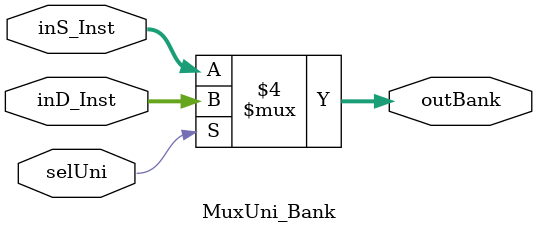
<source format=v>
`timescale 1ns /1ps
module MuxUni_Bank(
	input [4:0] inS_Inst,inD_Inst,
	input selUni,
	output reg[4:0] outBank
);
always @(*)
begin
	if(selUni == 1) outBank=inD_Inst;//Elige la direccion de registro
	else outBank=inS_Inst;//Elige la direccion del segundo registro
end
endmodule 
</source>
